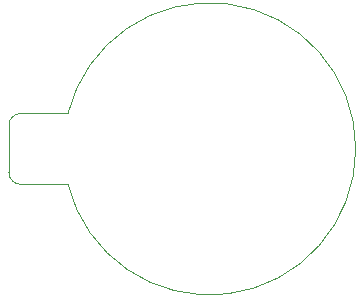
<source format=gbr>
%TF.GenerationSoftware,KiCad,Pcbnew,(5.1.12)-1*%
%TF.CreationDate,2022-04-14T16:35:20-05:00*%
%TF.ProjectId,bone_stim_pulsed_v3,626f6e65-5f73-4746-996d-5f70756c7365,rev?*%
%TF.SameCoordinates,Original*%
%TF.FileFunction,Profile,NP*%
%FSLAX46Y46*%
G04 Gerber Fmt 4.6, Leading zero omitted, Abs format (unit mm)*
G04 Created by KiCad (PCBNEW (5.1.12)-1) date 2022-04-14 16:35:20*
%MOMM*%
%LPD*%
G01*
G04 APERTURE LIST*
%TA.AperFunction,Profile*%
%ADD10C,0.050000*%
%TD*%
G04 APERTURE END LIST*
D10*
X118000000Y-89000000D02*
G75*
G02*
X117000000Y-88000000I0J1000000D01*
G01*
X117000000Y-84000000D02*
G75*
G02*
X118000000Y-83000000I1000000J0D01*
G01*
X118000000Y-89000000D02*
X122000000Y-89000000D01*
X117000000Y-84000000D02*
X117000000Y-88000000D01*
X122000001Y-83000000D02*
X118000000Y-83000000D01*
X122000001Y-83000000D02*
G75*
G02*
X122000001Y-88999999I11999999J-3000000D01*
G01*
M02*

</source>
